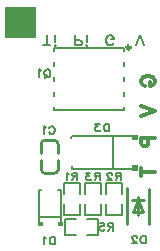
<source format=gbo>
G04 Layer: BottomSilkscreenLayer*
G04 EasyEDA Pro v1.9.29, 2023-05-07 01:58:04*
G04 Gerber Generator version 0.3*
G04 Scale: 100 percent, Rotated: No, Reflected: No*
G04 Dimensions in millimeters*
G04 Leading zeros omitted, absolute positions, 3 integers and 3 decimals*
%FSLAX33Y33*%
%MOMM*%
%ADD10C,0.2*%
%ADD11C,0.299999*%
%ADD12C,0.1524*%
%ADD13C,0.151994*%
%ADD14C,0.254*%
%ADD15C,0.0254*%
%ADD16C,0.0173*%
%ADD17C,0.00508*%
G75*


G04 Text Start*
G04 //text: Pi*
G54D10*
G01X5941Y17051D02*
G01X5941Y17904D01*
G01X5941Y17051D02*
G01X6307Y17051D01*
G01X6429Y17092D01*
G01X6469Y17132D01*
G01X6510Y17214D01*
G01Y17336D01*
G01X6469Y17417D01*
G01X6429Y17457D01*
G01X6307Y17498D01*
G01X5941D01*
G01X6906Y17051D02*
G01X6947Y17092D01*
G01X6988Y17051D01*
G01X6947Y17010D01*
G01X6906Y17051D01*
G01X6947Y17336D02*
G01X6947Y17904D01*
G04 //text: G*
G01X9218Y17254D02*
G01X9177Y17173D01*
G01X9096Y17092D01*
G01X9014Y17051D01*
G01X8852D01*
G01X8771Y17092D01*
G01X8689Y17173D01*
G01X8649Y17254D01*
G01X8608Y17376D01*
G01Y17579D01*
G01X8649Y17701D01*
G01X8689Y17783D01*
G01X8771Y17864D01*
G01X8852Y17904D01*
G01X9014D01*
G01X9096Y17864D01*
G01X9177Y17783D01*
G01X9218Y17701D01*
G01Y17579D01*
G01X9014Y17579D02*
G01X9218Y17579D01*
G04 //text: V*
G01X11148Y17051D02*
G01X11473Y17904D01*
G01X11798Y17051D02*
G01X11473Y17904D01*
G04 //text: Ti*
G01X3559Y17051D02*
G01X3559Y17904D01*
G01X3274Y17051D02*
G01X3843Y17051D01*
G01X4239Y17051D02*
G01X4280Y17092D01*
G01X4321Y17051D01*
G01X4280Y17010D01*
G01X4239Y17051D01*
G01X4280Y17336D02*
G01X4280Y17904D01*
G04 //text: T*
G54D11*
G01X11570Y6337D02*
G01X12687Y6337D01*
G01X11570Y6708D02*
G01X11570Y5964D01*
G04 //text: P*
G01X11570Y9248D02*
G01X12687Y9248D01*
G01X11570Y9248D02*
G01X11570Y8771D01*
G01X11623Y8611D01*
G01X11676Y8557D01*
G01X11783Y8504D01*
G01X11943D01*
G01X12050Y8557D01*
G01X12101Y8611D01*
G01X12154Y8771D01*
G01Y9248D01*
G04 //text: V*
G01X11570Y11915D02*
G01X12687Y11491D01*
G01X11570Y11064D02*
G01X12687Y11491D01*
G04 //text: G*
G01X11836Y13658D02*
G01X11730Y13711D01*
G01X11623Y13818D01*
G01X11570Y13924D01*
G01Y14135D01*
G01X11623Y14242D01*
G01X11730Y14348D01*
G01X11836Y14402D01*
G01X11996Y14455D01*
G01X12261D01*
G01X12421Y14402D01*
G01X12527Y14348D01*
G01X12634Y14242D01*
G01X12687Y14135D01*
G01Y13924D01*
G01X12634Y13818D01*
G01X12527Y13711D01*
G01X12421Y13658D01*
G01X12261D01*
G01X12261Y13924D02*
G01X12261Y13658D01*
G04 //text: Q1*
G54D12*
G01X3675Y15039D02*
G01X3736Y15009D01*
G01X3800Y14948D01*
G01X3830Y14884D01*
G01X3861Y14793D01*
G01Y14638D01*
G01X3830Y14544D01*
G01X3800Y14483D01*
G01X3736Y14420D01*
G01X3675Y14389D01*
G01X3551D01*
G01X3490Y14420D01*
G01X3426Y14483D01*
G01X3396Y14544D01*
G01X3366Y14638D01*
G01Y14793D01*
G01X3396Y14884D01*
G01X3426Y14948D01*
G01X3490Y15009D01*
G01X3551Y15039D01*
G01X3675D01*
G01X3581Y14514D02*
G01X3396Y14328D01*
G01X3063Y14915D02*
G01X3002Y14948D01*
G01X2911Y15039D01*
G01Y14389D01*
G04 //text: D2*
G01X11924Y942D02*
G01X11924Y292D01*
G01X11924Y942D02*
G01X11708Y942D01*
G01X11614Y912D01*
G01X11553Y851D01*
G01X11522Y787D01*
G01X11489Y696D01*
G01Y541D01*
G01X11522Y447D01*
G01X11553Y386D01*
G01X11614Y323D01*
G01X11708Y292D01*
G01X11924D01*
G01X11159Y787D02*
G01X11159Y818D01*
G01X11126Y881D01*
G01X11096Y912D01*
G01X11035Y942D01*
G01X10910D01*
G01X10849Y912D01*
G01X10819Y881D01*
G01X10786Y818D01*
G01Y757D01*
G01X10819Y696D01*
G01X10880Y602D01*
G01X11190Y292D01*
G01X10755D01*
G04 //text: D1*
G01X4224Y854D02*
G01X4224Y234D01*
G01X4224Y854D02*
G01X4016Y854D01*
G01X3927Y826D01*
G01X3868Y765D01*
G01X3838Y707D01*
G01X3810Y618D01*
G01Y471D01*
G01X3838Y382D01*
G01X3868Y323D01*
G01X3927Y262D01*
G01X4016Y234D01*
G01X4224D01*
G01X3515Y737D02*
G01X3457Y765D01*
G01X3368Y854D01*
G01Y234D01*
G04 //text: D3*
G01X8824Y10442D02*
G01X8824Y9792D01*
G01X8824Y10442D02*
G01X8608Y10442D01*
G01X8514Y10412D01*
G01X8453Y10351D01*
G01X8422Y10287D01*
G01X8389Y10196D01*
G01Y10041D01*
G01X8422Y9947D01*
G01X8453Y9886D01*
G01X8514Y9823D01*
G01X8608Y9792D01*
G01X8824D01*
G01X8026Y10442D02*
G01X7686Y10442D01*
G01X7874Y10196D01*
G01X7780D01*
G01X7719Y10165D01*
G01X7686Y10132D01*
G01X7655Y10041D01*
G01Y9978D01*
G01X7686Y9886D01*
G01X7749Y9823D01*
G01X7841Y9792D01*
G01X7935D01*
G01X8026Y9823D01*
G01X8059Y9856D01*
G01X8090Y9917D01*
G04 //text: R3*
G01X8052Y6276D02*
G01X8052Y5626D01*
G01X8052Y6276D02*
G01X7772Y6276D01*
G01X7681Y6246D01*
G01X7650Y6215D01*
G01X7617Y6152D01*
G01Y6091D01*
G01X7650Y6030D01*
G01X7681Y5999D01*
G01X7772Y5966D01*
G01X8052D01*
G01X7836Y5966D02*
G01X7617Y5626D01*
G01X7254Y6276D02*
G01X6914Y6276D01*
G01X7102Y6030D01*
G01X7008D01*
G01X6947Y5999D01*
G01X6914Y5966D01*
G01X6883Y5875D01*
G01Y5812D01*
G01X6914Y5720D01*
G01X6977Y5657D01*
G01X7069Y5626D01*
G01X7163D01*
G01X7254Y5657D01*
G01X7287Y5690D01*
G01X7318Y5751D01*
G04 //text: R2*
G01X9830Y6276D02*
G01X9830Y5626D01*
G01X9830Y6276D02*
G01X9550Y6276D01*
G01X9459Y6246D01*
G01X9428Y6215D01*
G01X9395Y6152D01*
G01Y6091D01*
G01X9428Y6030D01*
G01X9459Y5999D01*
G01X9550Y5966D01*
G01X9830D01*
G01X9614Y5966D02*
G01X9395Y5626D01*
G01X9065Y6121D02*
G01X9065Y6152D01*
G01X9032Y6215D01*
G01X9002Y6246D01*
G01X8941Y6276D01*
G01X8816D01*
G01X8755Y6246D01*
G01X8725Y6215D01*
G01X8692Y6152D01*
G01Y6091D01*
G01X8725Y6030D01*
G01X8786Y5936D01*
G01X9096Y5626D01*
G01X8661D01*
G04 //text: R1*
G01X6147Y6276D02*
G01X6147Y5626D01*
G01X6147Y6276D02*
G01X5867Y6276D01*
G01X5776Y6246D01*
G01X5745Y6215D01*
G01X5712Y6152D01*
G01Y6091D01*
G01X5745Y6030D01*
G01X5776Y5999D01*
G01X5867Y5966D01*
G01X6147D01*
G01X5931Y5966D02*
G01X5712Y5626D01*
G01X5413Y6152D02*
G01X5349Y6185D01*
G01X5258Y6276D01*
G01Y5626D01*
G04 //text: C1*
G01X3777Y10058D02*
G01X3807Y10122D01*
G01X3871Y10183D01*
G01X3932Y10213D01*
G01X4056D01*
G01X4117Y10183D01*
G01X4181Y10122D01*
G01X4211Y10058D01*
G01X4242Y9967D01*
G01Y9812D01*
G01X4211Y9718D01*
G01X4181Y9657D01*
G01X4117Y9594D01*
G01X4056Y9563D01*
G01X3932D01*
G01X3871Y9594D01*
G01X3807Y9657D01*
G01X3777Y9718D01*
G01X3477Y10089D02*
G01X3414Y10122D01*
G01X3322Y10213D01*
G01Y9563D01*
G04 //text: R5*
G01X9179Y2012D02*
G01X9179Y1362D01*
G01X9179Y2012D02*
G01X8899Y2012D01*
G01X8808Y1982D01*
G01X8777Y1951D01*
G01X8744Y1888D01*
G01Y1827D01*
G01X8777Y1766D01*
G01X8808Y1735D01*
G01X8899Y1702D01*
G01X9179D01*
G01X8963Y1702D02*
G01X8744Y1362D01*
G01X8074Y2012D02*
G01X8381Y2012D01*
G01X8414Y1735D01*
G01X8381Y1766D01*
G01X8290Y1796D01*
G01X8196D01*
G01X8104Y1766D01*
G01X8041Y1702D01*
G01X8010Y1611D01*
G01Y1548D01*
G01X8041Y1456D01*
G01X8104Y1393D01*
G01X8196Y1362D01*
G01X8290D01*
G01X8381Y1393D01*
G01X8414Y1426D01*
G01X8444Y1487D01*
G04 Text End*

G04 PolygonModel Start*
G54D13*
G01X4187Y11814D02*
G01X4187Y11599D01*
G01X4187Y13084D02*
G01X4187Y12774D01*
G01X4187Y14354D02*
G01X4187Y14044D01*
G01X4187Y15624D02*
G01X4187Y15314D01*
G01X10087Y16584D02*
G01X10087Y16799D01*
G01X10087Y16799D02*
G01X4187Y16799D01*
G01X4187Y16799D02*
G01X4187Y16584D01*
G01X10087Y15314D02*
G01X10087Y15624D01*
G01X10087Y14044D02*
G01X10087Y14354D01*
G01X10087Y12774D02*
G01X10087Y13084D01*
G01X4187Y11599D02*
G01X10087Y11599D01*
G01X10087Y11599D02*
G01X10087Y11814D01*
G54D14*
G01X10356Y4949D02*
G01X10356Y1949D01*
G01X12236Y4936D02*
G01X12236Y1936D01*
G01X11303Y4191D02*
G01X11303Y2667D01*
G01X10795Y3937D02*
G01X11811Y3937D01*
G01X11709Y2921D02*
G01X11303Y3937D01*
G01X10897Y2921D02*
G01X11709Y2921D01*
G01X11303Y3937D02*
G01X10897Y2921D01*
G54D12*
G01X2884Y2053D02*
G01X2884Y4805D01*
G01X4736Y2053D02*
G01X4736Y4805D01*
G01X4736Y4805D02*
G01X4543Y4805D01*
G01X2884Y4805D02*
G01X3077Y4805D01*
G01X4686Y2512D02*
G01X2934Y2512D01*
G36*
G01X4812Y2129D02*
G01X4492Y2129D01*
G01Y1824D01*
G01X4812D01*
G01Y2129D01*
G37*
G54D15*
G01X4812Y2129D02*
G01X4492Y2129D01*
G01Y1824D01*
G01X4812D01*
G01Y2129D01*
G36*
G01X2808Y2129D02*
G01X3128Y2129D01*
G01Y1824D01*
G01X2808D01*
G01Y2129D01*
G37*
G01X2808Y2129D02*
G01X3128Y2129D01*
G01Y1824D01*
G01X2808D01*
G01Y2129D01*
G54D12*
G01X9139Y9427D02*
G01X9139Y6575D01*
G01X10851Y9427D02*
G01X5659Y9427D01*
G01X5662Y6825D02*
G01X5655Y6586D01*
G01X5659Y9427D02*
G01X5652Y9188D01*
G01X10851Y6575D02*
G01X5659Y6575D01*
G36*
G01X10775Y9503D02*
G01X10776Y9097D01*
G01X11236Y9101D01*
G01X11232Y9503D01*
G01X10775D01*
G37*
G54D15*
G01X10775Y9503D02*
G01X10776Y9097D01*
G01X11236Y9101D01*
G01X11232Y9503D01*
G01X10775D01*
G36*
G01X10767Y6905D02*
G01X10768Y6498D01*
G01X11228Y6503D01*
G01X11224Y6905D01*
G01X10767D01*
G37*
G01X10767Y6905D02*
G01X10768Y6498D01*
G01X11228Y6503D01*
G01X11224Y6905D01*
G01X10767D01*
G54D12*
G01X6832Y4482D02*
G01X6832Y5440D01*
G01X6832Y5440D02*
G01X8154Y5440D01*
G01X8154Y5440D02*
G01X8154Y4482D01*
G01X6832Y3629D02*
G01X6832Y2670D01*
G01X6832Y2670D02*
G01X8154Y2670D01*
G01X8154Y2670D02*
G01X8154Y3629D01*
G01X8610Y4482D02*
G01X8610Y5440D01*
G01X8610Y5440D02*
G01X9932Y5440D01*
G01X9932Y5440D02*
G01X9932Y4482D01*
G01X8610Y3629D02*
G01X8610Y2670D01*
G01X8610Y2670D02*
G01X9932Y2670D01*
G01X9932Y2670D02*
G01X9932Y3629D01*
G01X6376Y3638D02*
G01X6376Y2679D01*
G01X6376Y2679D02*
G01X5054Y2679D01*
G01X5054Y2679D02*
G01X5054Y3638D01*
G01X6376Y4490D02*
G01X6376Y5449D01*
G01X6376Y5449D02*
G01X5054Y5449D01*
G01X5054Y5449D02*
G01X5054Y4490D01*
G54D14*
G01X3410Y6230D02*
G01X4210Y6230D01*
G01X3100Y7340D02*
G01X3100Y6540D01*
G01X4520Y7340D02*
G01X4520Y6540D01*
G01X3095Y7916D02*
G01X3095Y8716D01*
G01X3404Y9025D02*
G01X4204Y9025D01*
G01X4514Y7916D02*
G01X4514Y8716D01*
G01X3404Y9026D02*
G03X3095Y8716I0J-310D01*
G01X4514Y8716D02*
G03X4204Y9026I-310J0D01*
G01X3100Y6540D02*
G03X3410Y6230I310J-0D01*
G01X4210Y6230D02*
G03X4520Y6540I0J310D01*
G54D12*
G01X6077Y1039D02*
G01X5118Y1039D01*
G01X5118Y1039D02*
G01X5118Y2361D01*
G01X5118Y2361D02*
G01X6077Y2361D01*
G01X6930Y1039D02*
G01X7888Y1039D01*
G01X7888Y1039D02*
G01X7888Y2361D01*
G01X7888Y2361D02*
G01X6930Y2361D01*
G04 PolygonModel End*

G04 Rect Start*
G36*
G01X0Y20320D02*
G01X0Y17780D01*
G01X2540D01*
G01Y20320D01*
G01X0D01*
G37*
G54D17*
G01X0Y20320D02*
G01X0Y17780D01*
G01X2540D01*
G01Y20320D01*
G01X0D01*
G04 Rect End*

G04 Circle Start*
G54D11*
G01X10337Y16899D02*
G03X10637Y16899I150J0D01*
G03X10337I-150J0D01*
G04 Circle End*

M02*

</source>
